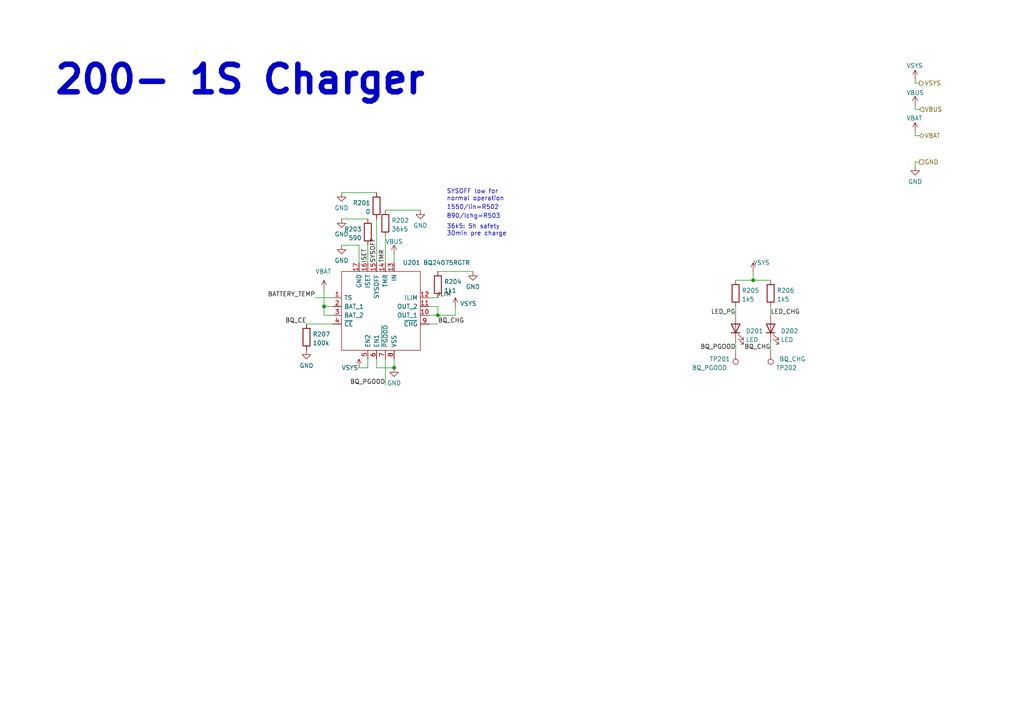
<source format=kicad_sch>
(kicad_sch (version 20211123) (generator eeschema)
  (paper "A4")
  (title_block (title "PMK_Keyboard") (date "2023-02-06") (rev "HW00") (company "PumaCorp") (comment 1 "Design by: NdG"))
  (lib_symbols
    (symbol "Component lib:BQ24075RGTR" (pin_names (offset 0.762))
      (property "Reference" "U" (at 0 10.16 0))
      (property "Value" "BQ24075RGTR" (at 20.32 10.16 0))
      (symbol "BQ24075RGTR_0_0"
        (pin passive line (at 0 0 0) (length 2.54) (name "TS") (number "1"))
        (pin passive line (at 27.94 -5.08 180) (length 2.54) (name "OUT_1") (number "10"))
        (pin passive line (at 27.94 -2.54 180) (length 2.54) (name "OUT_2") (number "11"))
        (pin passive line (at 27.94 0 180) (length 2.54) (name "ILIM") (number "12"))
        (pin passive line (at 17.78 10.16 270) (length 2.54) (name "IN") (number "13"))
        (pin passive line (at 15.24 10.16 270) (length 2.54) (name "TMR") (number "14"))
        (pin passive line (at 12.7 10.16 270) (length 2.54) (name "SYSOFF") (number "15"))
        (pin passive line (at 10.16 10.16 270) (length 2.54) (name "ISET") (number "16"))
        (pin passive line (at 7.62 10.16 270) (length 2.54) (name "GND") (number "17"))
        (pin passive line (at 0 -2.54 0) (length 2.54) (name "BAT_1") (number "2"))
        (pin passive line (at 0 -5.08 0) (length 2.54) (name "BAT_2") (number "3"))
        (pin passive line (at 0 -7.62 0) (length 2.54) (name "~{CE}") (number "4"))
        (pin passive line (at 10.16 -17.78 90) (length 2.54) (name "EN2") (number "5"))
        (pin passive line (at 12.7 -17.78 90) (length 2.54) (name "EN1") (number "6"))
        (pin passive line (at 15.24 -17.78 90) (length 2.54) (name "~{PGOOD}") (number "7"))
        (pin passive line (at 17.78 -17.78 90) (length 2.54) (name "VSS") (number "8"))
        (pin passive line (at 27.94 -7.62 180) (length 2.54) (name "~{CHG}") (number "9"))
      )
      (symbol "BQ24075RGTR_0_1"
        (rectangle (start 2.54 7.62) (end 25.4 -15.24) (stroke (width 0.1524)))
      )
    )
    (symbol "Component lib:VBAT" (power) (pin_numbers hide) (in_bom no) (on_board no)
      (property "Value" "VBAT" (at 0 3.81 0))
      (symbol "VBAT_0_0"
        (pin passive line (at 0 0 90) (length 2.54) hide (name "") (number ""))
      )
      (symbol "VBAT_0_1"
        (polyline (pts (xy 0 0) (xy 0 2.54) (xy 0.635 1.27) (xy 0 2.54) (xy -0.635 1.27)) (stroke (width 0.1524)))
      )
    )
    (symbol "Component lib:VSYS" (power) (pin_numbers hide) (in_bom no) (on_board no)
      (property "Value" "VSYS" (at 0 3.81 0))
      (symbol "VSYS_0_0"
        (pin passive line (at 0 0 90) (length 2.54) hide (name "") (number ""))
      )
      (symbol "VSYS_0_1"
        (polyline (pts (xy 0 0) (xy 0 2.54) (xy 0.635 1.27) (xy 0 2.54) (xy -0.635 1.27)) (stroke (width 0.1524)))
      )
    )
    (symbol "Component_lib:LED" (pin_numbers hide) (pin_names (offset 1.016) hide)
      (property "Reference" "D" (at 3.81 2.54 0))
      (property "Value" "LED" (at 3.81 -2.54 0))
      (symbol "LED_0_1"
        (polyline (pts (xy 2.54 -1.27) (xy 2.54 1.27)) (stroke (width 0.254)))
        (polyline (pts (xy 2.54 0) (xy 5.08 0)))
        (polyline (pts (xy 5.08 -1.27) (xy 5.08 1.27) (xy 2.54 0) (xy 5.08 -1.27)) (stroke (width 0.254)))
        (polyline (pts (xy 0.762 -0.762) (xy -0.762 -2.286) (xy 0 -2.286) (xy -0.762 -2.286) (xy -0.762 -1.524)))
        (polyline (pts (xy 2.032 -0.762) (xy 0.508 -2.286) (xy 1.27 -2.286) (xy 0.508 -2.286) (xy 0.508 -1.524)))
      )
      (symbol "LED_1_1"
        (pin passive line (at 0 0 0) (length 2.54) (name "K") (number "1"))
        (pin passive line (at 7.62 0 180) (length 2.54) (name "A") (number "2"))
      )
    )
    (symbol "Component_lib:R" (pin_numbers hide) (pin_names (offset 0))
      (property "Reference" "R" (at 2.032 -3.81 90))
      (property "Value" "R" (at 0 -3.81 90))
      (symbol "R_0_1"
        (rectangle (start -1.016 -6.35) (end 1.016 -1.27) (stroke (width 0.254)))
      )
      (symbol "R_1_1"
        (pin passive line (at 0 0 270) (length 1.27) (name "~") (number "1"))
        (pin passive line (at 0 -7.62 90) (length 1.27) (name "~") (number "2"))
      )
    )
    (symbol "Connector:TestPoint" (pin_numbers hide) (pin_names (offset 0.762) hide)
      (property "Reference" "TP" (at 0 6.858 0))
      (property "Value" "TestPoint" (at 0 5.08 0))
      (symbol "TestPoint_0_1"
        (circle (center 0 3.302) (radius 0.762))
      )
      (symbol "TestPoint_1_1"
        (pin passive line (at 0 0 90) (length 2.54) (name "1") (number "1"))
      )
    )
    (symbol "power:GND" (power) (pin_names (offset 0))
      (property "Value" "GND" (at 0 -3.81 0))
      (symbol "GND_0_1"
        (polyline (pts (xy 0 0) (xy 0 -1.27) (xy 1.27 -1.27) (xy 0 -2.54) (xy -1.27 -1.27) (xy 0 -1.27)))
      )
      (symbol "GND_1_1"
        (pin power_in line (at 0 0 270) (length 0) hide (name "GND") (number "1"))
      )
    )
    (symbol "power:VBUS" (power) (pin_names (offset 0))
      (property "Value" "VBUS" (at 0 3.81 0))
      (symbol "VBUS_0_1"
        (polyline (pts (xy -0.762 1.27) (xy 0 2.54)))
        (polyline (pts (xy 0 0) (xy 0 2.54)))
        (polyline (pts (xy 0 2.54) (xy 0.762 1.27)))
      )
      (symbol "VBUS_1_1"
        (pin power_in line (at 0 0 90) (length 0) hide (name "VBUS") (number "1"))
      )
    )
  )
  (junction (at 218.44 81.28))
  (junction (at 114.3 106.68))
  (junction (at 93.98 88.9))
  (junction (at 127 91.44))
  (wire (pts (xy 104.14 71.12) (xy 104.14 76.2)))
  (wire (pts (xy 265.43 48.26) (xy 265.43 46.99)))
  (wire (pts (xy 114.3 104.14) (xy 114.3 106.68)))
  (wire (pts (xy 124.46 88.9) (xy 127 88.9)))
  (wire (pts (xy 213.36 99.06) (xy 213.36 101.6)))
  (wire (pts (xy 111.76 104.14) (xy 111.76 111.76)))
  (wire (pts (xy 111.76 60.96) (xy 121.92 60.96)))
  (wire (pts (xy 266.7 39.37) (xy 265.43 39.37)))
  (wire (pts (xy 109.22 106.68) (xy 114.3 106.68)))
  (wire (pts (xy 114.3 73.66) (xy 114.3 76.2)))
  (wire (pts (xy 111.76 68.58) (xy 111.76 76.2)))
  (wire (pts (xy 93.98 88.9) (xy 93.98 91.44)))
  (wire (pts (xy 93.98 83.82) (xy 93.98 88.9)))
  (wire (pts (xy 127 88.9) (xy 127 91.44)))
  (wire (pts (xy 127 78.74) (xy 137.16 78.74)))
  (wire (pts (xy 99.06 55.88) (xy 109.22 55.88)))
  (wire (pts (xy 213.36 81.28) (xy 218.44 81.28)))
  (wire (pts (xy 99.06 63.5) (xy 106.68 63.5)))
  (wire (pts (xy 109.22 104.14) (xy 109.22 106.68)))
  (wire (pts (xy 88.9 93.98) (xy 96.52 93.98)))
  (wire (pts (xy 124.46 86.36) (xy 127 86.36)))
  (wire (pts (xy 124.46 93.98) (xy 127 93.98)))
  (wire (pts (xy 124.46 91.44) (xy 127 91.44)))
  (wire (pts (xy 109.22 63.5) (xy 109.22 76.2)))
  (wire (pts (xy 106.68 106.68) (xy 106.68 104.14)))
  (wire (pts (xy 218.44 78.74) (xy 218.44 81.28)))
  (wire (pts (xy 96.52 88.9) (xy 93.98 88.9)))
  (wire (pts (xy 223.52 99.06) (xy 223.52 101.6)))
  (wire (pts (xy 265.43 39.37) (xy 265.43 38.1)))
  (wire (pts (xy 265.43 22.86) (xy 265.43 24.13)))
  (wire (pts (xy 265.43 30.48) (xy 265.43 31.75)))
  (wire (pts (xy 132.08 91.44) (xy 132.08 88.9)))
  (wire (pts (xy 265.43 31.75) (xy 266.7 31.75)))
  (wire (pts (xy 218.44 81.28) (xy 223.52 81.28)))
  (wire (pts (xy 104.14 106.68) (xy 106.68 106.68)))
  (wire (pts (xy 91.44 86.36) (xy 96.52 86.36)))
  (wire (pts (xy 127 91.44) (xy 132.08 91.44)))
  (wire (pts (xy 213.36 91.44) (xy 213.36 88.9)))
  (wire (pts (xy 93.98 91.44) (xy 96.52 91.44)))
  (wire (pts (xy 265.43 46.99) (xy 266.7 46.99)))
  (wire (pts (xy 265.43 24.13) (xy 266.7 24.13)))
  (wire (pts (xy 106.68 71.12) (xy 106.68 76.2)))
  (wire (pts (xy 99.06 71.12) (xy 104.14 71.12)))
  (wire (pts (xy 223.52 91.44) (xy 223.52 88.9)))
  (text "890/Ichg=R503" (at 129.54 63.5 0) (effects (font (size 1.27 1.27)) (justify left bottom)))
  (text "200- 1S Charger" (at 15.24 27.94 0) (effects (font (size 8 8) (thickness 1.6) bold) (justify left bottom)))
  (text "SYSOFF low for \nnormal operation\n" (at 129.54 58.42 0) (effects (font (size 1.27 1.27)) (justify left bottom)))
  (text "36k5: 5h safety \n30min pre charge" (at 129.54 68.58 0) (effects (font (size 1.27 1.27)) (justify left bottom)))
  (text "1550/Iin=R502" (at 129.54 60.96 0) (effects (font (size 1.27 1.27)) (justify left bottom)))
  (label "LED_PG" (at 213.36 91.44 180))
  (label "ILIM" (at 127 86.36 0))
  (label "BQ_PGOOD" (at 111.76 111.76 180))
  (label "BQ_CHG" (at 223.52 101.6 180))
  (label "LED_CHG" (at 223.52 91.44 0))
  (label "BQ_PGOOD" (at 213.36 101.6 180))
  (label "TMR" (at 111.76 76.2 90))
  (label "BATTERY_TEMP" (at 91.44 86.36 180))
  (label "BQ_CHG" (at 127 93.98 0))
  (label "BQ_CE" (at 88.9 93.98 180))
  (label "ISET" (at 106.68 76.2 90))
  (label "SYSOFF" (at 109.22 76.2 90))
  (hierarchical_label "VBAT" (shape bidirectional) (at 266.7 39.37 0))
  (hierarchical_label "VSYS" (shape output) (at 266.7 24.13 0))
  (hierarchical_label "GND" (shape passive) (at 266.7 46.99 0))
  (hierarchical_label "VBUS" (shape input) (at 266.7 31.75 0))
  (symbol (lib_id "power:GND") (at 99.06 63.5 0) (unit 1)
    (property "Reference" "#PWR0205" (effects hide))
    (property "Value" "GND" (at 99.06 67.9434 0))
  )
  (symbol (lib_id "Component lib:VBAT") (at 265.43 38.1 0) (unit 1) (in_bom no) (on_board no)
    (property "Reference" "#VBAT0201" (effects hide))
    (property "Value" "VBAT" (at 262.89 34.29 0) (effects (justify left)))
  )
  (symbol (lib_id "power:VBUS") (at 265.43 30.48 0) (unit 1)
    (property "Reference" "#PWR0201" (effects hide))
    (property "Value" "VBUS" (at 265.43 26.9042 0))
  )
  (symbol (lib_id "Component_lib:R") (at 111.76 68.58 180) (unit 1)
    (property "Reference" "R202" (at 113.538 63.9353 0) (effects (justify right)))
    (property "Value" "36k5" (at 113.538 66.4722 0) (effects (justify right)))
    (property "Footprint" "Capacitor_SMD:C_0402_1005Metric" (effects hide))
  )
  (symbol (lib_id "Component_lib:R") (at 106.68 71.12 0) (mirror x) (unit 1)
    (property "Reference" "R203" (at 104.902 66.4753 0) (effects (justify right)))
    (property "Value" "590" (at 104.902 69.0122 0) (effects (justify right)))
    (property "Footprint" "Capacitor_SMD:C_0402_1005Metric" (effects hide))
  )
  (symbol (lib_id "Component lib:BQ24075RGTR") (at 96.52 86.36 0) (unit 1)
    (property "Reference" "U201" (at 119.38 76.2 0))
    (property "Value" "BQ24075RGTR" (at 129.54 76.2 0))
    (property "Footprint" "Component_lib:QFN50P300X300X100-17N-D" (effects hide))
    (property "Datasheet" "http://www.ti.com/lit/ds/symlink/bq24075.pdf" (effects hide))
    (property "Description" "USB-Friendly Li-Ion Battery Charger and Power-Path Management IC, Vout 5.5V" (effects hide))
    (property "Height" "1" (effects hide))
    (property "Mouser Part Number" "595-BQ24075RGTR" (effects hide))
    (property "Mouser Price/Stock" "https://www.mouser.co.uk/ProductDetail/Texas-Instruments/BQ24075RGTR?qs=XGzIaZb%2FFYKTADIJv746hA%3D%3D" (effects hide))
    (property "Manufacturer_Name" "Texas Instruments" (effects hide))
    (property "Manufacturer_Part_Number" "BQ24075RGTR" (effects hide))
  )
  (symbol (lib_id "power:GND") (at 88.9 101.6 0) (unit 1)
    (property "Reference" "#PWR0209" (effects hide))
    (property "Value" "GND" (at 88.9 106.0434 0))
  )
  (symbol (lib_id "power:GND") (at 137.16 78.74 0) (unit 1)
    (property "Reference" "#PWR0208" (effects hide))
    (property "Value" "GND" (at 137.16 83.1834 0))
  )
  (symbol (lib_id "power:GND") (at 99.06 71.12 0) (unit 1)
    (property "Reference" "#PWR0206" (effects hide))
    (property "Value" "GND" (at 99.06 75.5634 0))
  )
  (symbol (lib_id "Component_lib:R") (at 88.9 93.98 0) (unit 1)
    (property "Reference" "R207" (at 90.678 96.9553 0) (effects (justify left)))
    (property "Value" "100k" (at 90.678 99.4922 0) (effects (justify left)))
    (property "Footprint" "Capacitor_SMD:C_0402_1005Metric" (effects hide))
  )
  (symbol (lib_id "Component lib:VSYS") (at 132.08 88.9 0) (unit 1) (in_bom no) (on_board no)
    (property "Reference" "#VSYS0203" (effects hide))
    (property "Value" "VSYS" (at 133.4262 88.0638 0) (effects (justify left)))
  )
  (symbol (lib_id "power:GND") (at 265.43 48.26 0) (unit 1)
    (property "Reference" "#PWR0202" (effects hide))
    (property "Value" "GND" (at 265.43 52.7034 0))
  )
  (symbol (lib_id "Component_lib:R") (at 109.22 63.5 0) (mirror x) (unit 1)
    (property "Reference" "R201" (at 107.442 58.8553 0) (effects (justify right)))
    (property "Value" "0" (at 107.442 61.3922 0) (effects (justify right)))
    (property "Footprint" "Capacitor_SMD:C_0402_1005Metric" (effects hide))
  )
  (symbol (lib_id "Component_lib:LED") (at 213.36 99.06 90) (unit 1)
    (property "Reference" "D201" (at 216.281 96.0028 90) (effects (justify right)))
    (property "Value" "LED" (at 216.281 98.5397 90) (effects (justify right)))
    (property "Footprint" "Capacitor_SMD:C_0402_1005Metric" (effects hide))
  )
  (symbol (lib_id "power:VBUS") (at 114.3 73.66 0) (unit 1)
    (property "Reference" "#PWR0207" (effects hide))
    (property "Value" "VBUS" (at 114.3 70.0842 0))
  )
  (symbol (lib_id "power:GND") (at 114.3 106.68 0) (unit 1)
    (property "Reference" "#PWR0210" (effects hide))
    (property "Value" "GND" (at 114.3 111.1234 0))
  )
  (symbol (lib_id "power:GND") (at 99.06 55.88 0) (unit 1)
    (property "Reference" "#PWR0203" (effects hide))
    (property "Value" "GND" (at 99.06 60.3234 0))
  )
  (symbol (lib_id "Component_lib:R") (at 127 78.74 0) (unit 1)
    (property "Reference" "R204" (at 128.778 81.7153 0) (effects (justify left)))
    (property "Value" "1k1" (at 128.778 84.2522 0) (effects (justify left)))
    (property "Footprint" "Capacitor_SMD:C_0402_1005Metric" (effects hide))
  )
  (symbol (lib_id "Component lib:VSYS") (at 265.43 22.86 0) (unit 1) (in_bom no) (on_board no)
    (property "Reference" "#VSYS0201" (effects hide))
    (property "Value" "VSYS" (at 262.89 19.05 0) (effects (justify left)))
  )
  (symbol (lib_id "Component_lib:R") (at 223.52 81.28 0) (unit 1)
    (property "Reference" "R206" (at 225.298 84.2553 0) (effects (justify left)))
    (property "Value" "1k5" (at 225.298 86.7922 0) (effects (justify left)))
    (property "Footprint" "Capacitor_SMD:C_0402_1005Metric" (effects hide))
  )
  (symbol (lib_id "Connector:TestPoint") (at 213.36 101.6 180) (unit 1)
    (property "Reference" "TP201" (at 205.74 104.14 0) (effects (justify right)))
    (property "Value" "BQ_PGOOD" (at 200.66 106.68 0) (effects (justify right)))
    (property "Footprint" "TestPoint:TestPoint_Pad_D1.0mm" (effects hide))
  )
  (symbol (lib_id "Component_lib:R") (at 213.36 81.28 0) (unit 1)
    (property "Reference" "R205" (at 215.138 84.2553 0) (effects (justify left)))
    (property "Value" "1k5" (at 215.138 86.7922 0) (effects (justify left)))
    (property "Footprint" "Capacitor_SMD:C_0402_1005Metric" (effects hide))
  )
  (symbol (lib_id "Connector:TestPoint") (at 223.52 101.6 180) (unit 1)
    (property "Reference" "TP202" (at 231.14 106.68 0) (effects (justify left)))
    (property "Value" "BQ_CHG" (at 233.68 104.14 0) (effects (justify left)))
    (property "Footprint" "TestPoint:TestPoint_Pad_D1.0mm" (effects hide))
  )
  (symbol (lib_id "Component lib:VBAT") (at 93.98 83.82 0) (unit 1) (in_bom no) (on_board no)
    (property "Reference" "#VBAT0202" (effects hide))
    (property "Value" "VBAT" (at 91.44 78.74 0) (effects (justify left)))
  )
  (symbol (lib_id "Component lib:VSYS") (at 218.44 78.74 0) (unit 1) (in_bom no) (on_board no)
    (property "Reference" "#VSYS0202" (effects hide))
    (property "Value" "VSYS" (at 218.44 76.2 0) (effects (justify left)))
  )
  (symbol (lib_id "Component lib:VSYS") (at 104.14 106.68 0) (unit 1) (in_bom no) (on_board no)
    (property "Reference" "#VSYS0204" (effects hide))
    (property "Value" "VSYS" (at 99.06 106.68 0) (effects (justify left)))
  )
  (symbol (lib_id "Component_lib:LED") (at 223.52 99.06 90) (unit 1)
    (property "Reference" "D202" (at 226.441 96.0028 90) (effects (justify right)))
    (property "Value" "LED" (at 226.441 98.5397 90) (effects (justify right)))
    (property "Footprint" "Capacitor_SMD:C_0402_1005Metric" (effects hide))
  )
  (symbol (lib_id "power:GND") (at 121.92 60.96 0) (unit 1)
    (property "Reference" "#PWR0204" (effects hide))
    (property "Value" "GND" (at 121.92 65.4034 0))
  )
)
</source>
